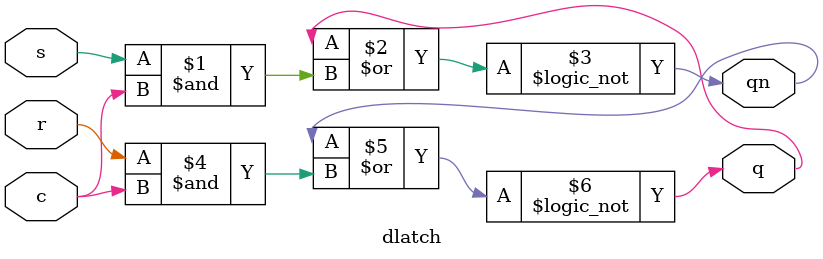
<source format=sv>
`timescale 1ns / 1ps

module dlatch(
    input s,
    input c,
    input r,
    output qn,
    output q
    );
    
    assign qn = !(q | (s & c));
    assign q = !(qn | (r & c));
endmodule

</source>
